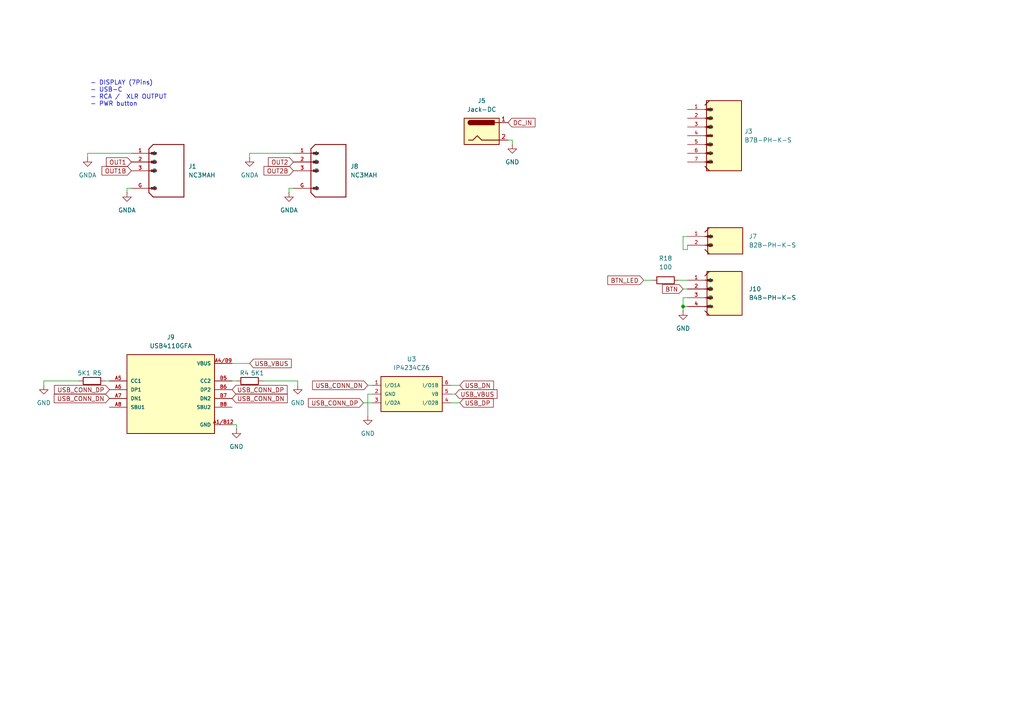
<source format=kicad_sch>
(kicad_sch (version 20250114) (generator "eeschema") (generator_version "9.0")
  (paper "A4")
  (lib_symbols
    (symbol "B2B-PH-K-S:B2B-PH-K-S" (pin_names (offset 1.016))
      (property "Reference" "J" (at -5.58 5.08 0))
      (property "Value" "B2B-PH-K-S" (at -5.08 -5.08 0))
      (symbol "B2B-PH-K-S_0_0"
        (polyline (pts (xy -5.08 3.81) (xy -3.81 5.08)) (stroke (width 0.254)))
        (polyline (pts (xy -5.08 2.54) (xy -3.175 2.54)) (stroke (width 0.254)))
        (polyline (pts (xy -5.08 0) (xy -3.175 0)) (stroke (width 0.254)))
        (polyline (pts (xy -5.08 -1.27) (xy -3.81 -2.54)) (stroke (width 0.254)))
        (rectangle (start -4.445 2.2225) (end -2.8575 2.8575) (stroke (width 0.1)) (fill (type outline)))
        (rectangle (start -4.445 -0.3175) (end -2.8575 0.3175) (stroke (width 0.1)) (fill (type outline)))
        (rectangle (start -4.2863 -2.54) (end 5.8738 5.08) (stroke (width 0.254)) (fill (type background)))
        (pin passive line (at -10.16 2.54 0) (length 5.08) (name "1") (number "1"))
        (pin passive line (at -10.16 0 0) (length 5.08) (name "2") (number "2"))
      )
    )
    (symbol "B4B-PH-K-S:B4B-PH-K-S" (pin_names (offset 1.016))
      (property "Reference" "J" (at -5.58 7.62 0))
      (property "Value" "B4B-PH-K-S" (at -5.08 -7.62 0))
      (symbol "B4B-PH-K-S_0_0"
        (polyline (pts (xy -5.08 6.35) (xy -3.81 7.62)) (stroke (width 0.254)))
        (polyline (pts (xy -5.08 5.08) (xy -3.175 5.08)) (stroke (width 0.254)))
        (polyline (pts (xy -5.08 2.54) (xy -3.175 2.54)) (stroke (width 0.254)))
        (polyline (pts (xy -5.08 0) (xy -3.175 0)) (stroke (width 0.254)))
        (polyline (pts (xy -5.08 -2.54) (xy -3.175 -2.54)) (stroke (width 0.254)))
        (polyline (pts (xy -5.08 -3.81) (xy -3.81 -5.08)) (stroke (width 0.254)))
        (rectangle (start -4.4847 -5.08) (end 5.6753 7.62) (stroke (width 0.254)) (fill (type background)))
        (rectangle (start -4.445 4.7625) (end -2.8575 5.3975) (stroke (width 0.1)) (fill (type outline)))
        (rectangle (start -4.445 2.2225) (end -2.8575 2.8575) (stroke (width 0.1)) (fill (type outline)))
        (rectangle (start -4.445 -0.3175) (end -2.8575 0.3175) (stroke (width 0.1)) (fill (type outline)))
        (rectangle (start -4.445 -2.8575) (end -2.8575 -2.2225) (stroke (width 0.1)) (fill (type outline)))
        (pin passive line (at -10.16 5.08 0) (length 5.08) (name "1") (number "1"))
        (pin passive line (at -10.16 2.54 0) (length 5.08) (name "2") (number "2"))
        (pin passive line (at -10.16 0 0) (length 5.08) (name "3") (number "3"))
        (pin passive line (at -10.16 -2.54 0) (length 5.08) (name "4") (number "4"))
      )
    )
    (symbol "B7B-PH-K-S:B7B-PH-K-S" (pin_names (offset 1.016))
      (property "Reference" "J" (at -5.58 10.16 0))
      (property "Value" "B7B-PH-K-S" (at -5.08 -12.7 0))
      (symbol "B7B-PH-K-S_0_0"
        (polyline (pts (xy -5.08 8.89) (xy -3.81 10.16)) (stroke (width 0.254)))
        (polyline (pts (xy -5.08 7.62) (xy -3.175 7.62)) (stroke (width 0.254)))
        (polyline (pts (xy -5.08 5.08) (xy -3.175 5.08)) (stroke (width 0.254)))
        (polyline (pts (xy -5.08 2.54) (xy -3.175 2.54)) (stroke (width 0.254)))
        (polyline (pts (xy -5.08 0) (xy -3.175 0)) (stroke (width 0.254)))
        (polyline (pts (xy -5.08 -2.54) (xy -3.175 -2.54)) (stroke (width 0.254)))
        (polyline (pts (xy -5.08 -5.08) (xy -3.175 -5.08)) (stroke (width 0.254)))
        (polyline (pts (xy -5.08 -7.62) (xy -3.175 -7.62)) (stroke (width 0.254)))
        (polyline (pts (xy -5.08 -8.89) (xy -3.81 -10.16)) (stroke (width 0.254)))
        (rectangle (start -4.647 -10.16) (end 5.513 10.16) (stroke (width 0.254)) (fill (type background)))
        (rectangle (start -4.445 7.3025) (end -2.8575 7.9375) (stroke (width 0.1)) (fill (type outline)))
        (rectangle (start -4.445 4.7625) (end -2.8575 5.3975) (stroke (width 0.1)) (fill (type outline)))
        (rectangle (start -4.445 2.2225) (end -2.8575 2.8575) (stroke (width 0.1)) (fill (type outline)))
        (rectangle (start -4.445 -0.3175) (end -2.8575 0.3175) (stroke (width 0.1)) (fill (type outline)))
        (rectangle (start -4.445 -2.8575) (end -2.8575 -2.2225) (stroke (width 0.1)) (fill (type outline)))
        (rectangle (start -4.445 -5.3975) (end -2.8575 -4.7625) (stroke (width 0.1)) (fill (type outline)))
        (rectangle (start -4.445 -7.9375) (end -2.8575 -7.3025) (stroke (width 0.1)) (fill (type outline)))
        (pin passive line (at -10.16 7.62 0) (length 5.08) (name "1") (number "1"))
        (pin passive line (at -10.16 5.08 0) (length 5.08) (name "2") (number "2"))
        (pin passive line (at -10.16 2.54 0) (length 5.08) (name "3") (number "3"))
        (pin passive line (at -10.16 0 0) (length 5.08) (name "4") (number "4"))
        (pin passive line (at -10.16 -2.54 0) (length 5.08) (name "5") (number "5"))
        (pin passive line (at -10.16 -5.08 0) (length 5.08) (name "6") (number "6"))
        (pin passive line (at -10.16 -7.62 0) (length 5.08) (name "7") (number "7"))
      )
    )
    (symbol "Connector:Jack-DC" (pin_names (offset 1.016))
      (property "Reference" "J" (at 0 5.334 0))
      (property "Value" "Jack-DC" (at 0 -5.08 0))
      (symbol "Jack-DC_0_1"
        (rectangle (start -5.08 3.81) (end 5.08 -3.81) (stroke (width 0.254)) (fill (type background)))
        (polyline (pts (xy -3.81 -2.54) (xy -2.54 -2.54) (xy -1.27 -1.27) (xy 0 -2.54) (xy 2.54 -2.54) (xy 5.08 -2.54)) (stroke (width 0.254)))
        (arc (start -3.302 1.905) (mid -3.9343 2.54) (end -3.302 3.175) (stroke (width 0.254)))
        (arc (start -3.302 1.905) (mid -3.9343 2.54) (end -3.302 3.175) (stroke (width 0.254)) (fill (type outline)))
        (rectangle (start 3.683 3.175) (end -3.302 1.905) (stroke (width 0.254)) (fill (type outline)))
        (polyline (pts (xy 5.08 2.54) (xy 3.81 2.54)) (stroke (width 0.254)))
      )
      (symbol "Jack-DC_1_1"
        (pin passive line (at 7.62 2.54 180) (length 2.54) (name "~") (number "1"))
        (pin passive line (at 7.62 -2.54 180) (length 2.54) (name "~") (number "2"))
      )
    )
    (symbol "Device:R" (pin_numbers (hide yes)) (pin_names (offset 0))
      (property "Reference" "R" (at 2.032 0 90))
      (property "Value" "R" (at 0 0 90))
      (symbol "R_0_1"
        (rectangle (start -1.016 -2.54) (end 1.016 2.54) (stroke (width 0.254)))
      )
      (symbol "R_1_1"
        (pin passive line (at 0 3.81 270) (length 1.27) (name "~") (number "1"))
        (pin passive line (at 0 -3.81 90) (length 1.27) (name "~") (number "2"))
      )
    )
    (symbol "IP4234CZ6:IP4234CZ6" (pin_names (offset 1.016))
      (property "Reference" "U" (at -7.6327 7.6327 0))
      (property "Value" "IP4234CZ6" (at -7.6211 -7.6211 0))
      (symbol "IP4234CZ6_0_0"
        (rectangle (start -7.62 -5.08) (end 10.16 5.08) (stroke (width 0.254)) (fill (type background)))
        (pin bidirectional line (at -10.16 2.54 0) (length 2.54) (name "I/O1A") (number "1"))
        (pin bidirectional line (at -10.16 0 0) (length 2.54) (name "GND") (number "2"))
        (pin bidirectional line (at -10.16 -2.54 0) (length 2.54) (name "I/O2A") (number "3"))
        (pin bidirectional line (at 12.7 2.54 180) (length 2.54) (name "I/O1B") (number "6"))
        (pin bidirectional line (at 12.7 0 180) (length 2.54) (name "VB") (number "5"))
        (pin bidirectional line (at 12.7 -2.54 180) (length 2.54) (name "I/O2B") (number "4"))
      )
    )
    (symbol "NC3MAH:NC3MAH" (pin_names (offset 1.016))
      (property "Reference" "J" (at 0 8.89 0))
      (property "Value" "NC3MAH" (at 0 -10.16 0))
      (symbol "NC3MAH_0_0"
        (polyline (pts (xy 0 6.35) (xy 0 5.08)) (stroke (width 0.254)))
        (polyline (pts (xy 0 6.35) (xy 1.27 7.62)) (stroke (width 0.254)))
        (polyline (pts (xy 0 5.08) (xy 0 -6.35)) (stroke (width 0.254)))
        (polyline (pts (xy 0 5.08) (xy 1.905 5.08)) (stroke (width 0.254)))
        (polyline (pts (xy 0 2.54) (xy 1.905 2.54)) (stroke (width 0.254)))
        (polyline (pts (xy 0 0) (xy 1.905 0)) (stroke (width 0.254)))
        (polyline (pts (xy 0 -5.08) (xy 1.905 -5.08)) (stroke (width 0.254)))
        (polyline (pts (xy 0 -6.35) (xy 1.27 -7.62)) (stroke (width 0.254)))
        (rectangle (start 0.635 4.7625) (end 2.2225 5.3975) (stroke (width 0.1)) (fill (type outline)))
        (rectangle (start 0.635 2.2225) (end 2.2225 2.8575) (stroke (width 0.1)) (fill (type outline)))
        (rectangle (start 0.635 -0.3175) (end 2.2225 0.3175) (stroke (width 0.1)) (fill (type outline)))
        (rectangle (start 0.635 -5.3975) (end 2.2225 -4.7625) (stroke (width 0.1)) (fill (type outline)))
        (polyline (pts (xy 1.27 -7.62) (xy 10.16 -7.62)) (stroke (width 0.254)))
        (polyline (pts (xy 10.16 7.62) (xy 1.27 7.62)) (stroke (width 0.254)))
        (polyline (pts (xy 10.16 -7.62) (xy 10.16 7.62)) (stroke (width 0.254)))
        (pin passive line (at -5.08 5.08 0) (length 5.08) (name "1") (number "1"))
        (pin passive line (at -5.08 2.54 0) (length 5.08) (name "2") (number "2"))
        (pin passive line (at -5.08 0 0) (length 5.08) (name "3") (number "3"))
        (pin power_in line (at -5.08 -5.08 0) (length 5.08) (name "G") (number "G"))
      )
    )
    (symbol "USB4110GFA:USB4110GFA" (pin_names (offset 1.016))
      (property "Reference" "J" (at -12.7 11.43 0))
      (property "Value" "USB4110GFA" (at -12.7 -15.24 0))
      (symbol "USB4110GFA_0_0"
        (rectangle (start -12.7 -12.7) (end 12.7 10.16) (stroke (width 0.254)) (fill (type background)))
        (pin bidirectional line (at -17.78 2.54 0) (length 5.08) (name "CC1") (number "A5"))
        (pin bidirectional line (at -17.78 0 0) (length 5.08) (name "DP1") (number "A6"))
        (pin bidirectional line (at -17.78 -2.54 0) (length 5.08) (name "DN1") (number "A7"))
        (pin bidirectional line (at -17.78 -5.08 0) (length 5.08) (name "SBU1") (number "A8"))
        (pin power_in line (at 17.78 7.62 180) (length 5.08) (name "VBUS") (number "A4/B9"))
        (pin power_in line (at 17.78 7.62 180) (length 5.08) (hide yes) (name "VBUS") (number "B4/A9"))
        (pin bidirectional line (at 17.78 2.54 180) (length 5.08) (name "CC2") (number "B5"))
        (pin bidirectional line (at 17.78 0 180) (length 5.08) (name "DP2") (number "B6"))
        (pin bidirectional line (at 17.78 -2.54 180) (length 5.08) (name "DN2") (number "B7"))
        (pin bidirectional line (at 17.78 -5.08 180) (length 5.08) (name "SBU2") (number "B8"))
        (pin power_in line (at 17.78 -10.16 180) (length 5.08) (name "GND") (number "A1/B12"))
        (pin power_in line (at 17.78 -10.16 180) (length 5.08) (hide yes) (name "GND") (number "B1/A12"))
        (pin power_in line (at 17.78 -10.16 180) (length 5.08) (hide yes) (name "GND") (number "S1"))
        (pin power_in line (at 17.78 -10.16 180) (length 5.08) (hide yes) (name "GND") (number "S2"))
        (pin power_in line (at 17.78 -10.16 180) (length 5.08) (hide yes) (name "GND") (number "S3"))
        (pin power_in line (at 17.78 -10.16 180) (length 5.08) (hide yes) (name "GND") (number "S4"))
      )
    )
    (symbol "power:GND" (power) (pin_numbers (hide yes)) (pin_names (offset 0) (hide yes))
      (property "Value" "GND" (at 0 -3.81 0))
      (symbol "GND_0_1"
        (polyline (pts (xy 0 0) (xy 0 -1.27) (xy 1.27 -1.27) (xy 0 -2.54) (xy -1.27 -1.27) (xy 0 -1.27)))
      )
      (symbol "GND_1_1"
        (pin power_in line (at 0 0 270) (length 0) (name "~") (number "1"))
      )
    )
    (symbol "power:GNDA" (power) (pin_numbers (hide yes)) (pin_names (offset 0) (hide yes))
      (property "Value" "GNDA" (at 0 -3.81 0))
      (symbol "GNDA_0_1"
        (polyline (pts (xy 0 0) (xy 0 -1.27) (xy 1.27 -1.27) (xy 0 -2.54) (xy -1.27 -1.27) (xy 0 -1.27)))
      )
      (symbol "GNDA_1_1"
        (pin power_in line (at 0 0 270) (length 0) (name "~") (number "1"))
      )
    )
  )
  (text "- DISPLAY (7Pins)\n- USB-C\n- RCA /  XLR OUTPUT\n- PWR button" (at 26.162 27.178 0) (effects (font (size 1.27 1.27)) (justify left)))
  (junction (at 198.12 88.9))
  (wire (pts (xy 130.81 116.84) (xy 133.35 116.84)))
  (wire (pts (xy 196.85 81.28) (xy 199.39 81.28)))
  (wire (pts (xy 31.75 110.49) (xy 30.48 110.49)))
  (wire (pts (xy 130.81 111.76) (xy 133.35 111.76)))
  (wire (pts (xy 198.12 88.9) (xy 199.39 88.9)))
  (wire (pts (xy 132.08 114.3) (xy 130.81 114.3)))
  (wire (pts (xy 198.12 72.39) (xy 199.39 72.39)))
  (wire (pts (xy 83.82 54.61) (xy 83.82 55.88)))
  (wire (pts (xy 106.68 111.76) (xy 107.95 111.76)))
  (wire (pts (xy 12.7 110.49) (xy 22.86 110.49)))
  (wire (pts (xy 186.69 81.28) (xy 189.23 81.28)))
  (wire (pts (xy 68.58 124.46) (xy 68.58 123.19)))
  (wire (pts (xy 198.12 68.58) (xy 198.12 72.39)))
  (wire (pts (xy 199.39 86.36) (xy 198.12 86.36)))
  (wire (pts (xy 72.39 44.45) (xy 85.09 44.45)))
  (wire (pts (xy 105.41 116.84) (xy 107.95 116.84)))
  (wire (pts (xy 67.31 105.41) (xy 72.39 105.41)))
  (wire (pts (xy 76.2 110.49) (xy 86.36 110.49)))
  (wire (pts (xy 199.39 72.39) (xy 199.39 71.12)))
  (wire (pts (xy 106.68 114.3) (xy 107.95 114.3)))
  (wire (pts (xy 25.4 44.45) (xy 38.1 44.45)))
  (wire (pts (xy 36.83 54.61) (xy 36.83 55.88)))
  (wire (pts (xy 148.59 40.64) (xy 148.59 41.91)))
  (wire (pts (xy 86.36 111.76) (xy 86.36 110.49)))
  (wire (pts (xy 85.09 54.61) (xy 83.82 54.61)))
  (wire (pts (xy 198.12 86.36) (xy 198.12 88.9)))
  (wire (pts (xy 68.58 123.19) (xy 67.31 123.19)))
  (wire (pts (xy 147.32 40.64) (xy 148.59 40.64)))
  (wire (pts (xy 106.68 114.3) (xy 106.68 120.65)))
  (wire (pts (xy 198.12 88.9) (xy 198.12 90.17)))
  (wire (pts (xy 199.39 68.58) (xy 198.12 68.58)))
  (wire (pts (xy 25.4 44.45) (xy 25.4 45.72)))
  (wire (pts (xy 72.39 44.45) (xy 72.39 45.72)))
  (wire (pts (xy 38.1 54.61) (xy 36.83 54.61)))
  (wire (pts (xy 198.12 83.82) (xy 199.39 83.82)))
  (wire (pts (xy 12.7 111.76) (xy 12.7 110.49)))
  (wire (pts (xy 67.31 110.49) (xy 68.58 110.49)))
  (global_label "BTN" (shape input) (at 198.12 83.82 180) (property "Intersheetrefs" "${INTERSHEET_REFS}" (effects (hide yes))))
  (global_label "USB_VBUS" (shape input) (at 132.08 114.3 0) (property "Intersheetrefs" "${INTERSHEET_REFS}" (effects (hide yes))))
  (global_label "USB_DP" (shape input) (at 133.35 116.84 0) (property "Intersheetrefs" "${INTERSHEET_REFS}" (effects (hide yes))))
  (global_label "USB_CONN_DN" (shape input) (at 67.31 115.57 0) (property "Intersheetrefs" "${INTERSHEET_REFS}" (effects (hide yes))))
  (global_label "USB_CONN_DP" (shape input) (at 67.31 113.03 0) (property "Intersheetrefs" "${INTERSHEET_REFS}" (effects (hide yes))))
  (global_label "USB_CONN_DP" (shape input) (at 31.75 113.03 180) (property "Intersheetrefs" "${INTERSHEET_REFS}" (effects (hide yes))))
  (global_label "USB_CONN_DN" (shape input) (at 106.68 111.76 180) (property "Intersheetrefs" "${INTERSHEET_REFS}" (effects (hide yes))))
  (global_label "USB_CONN_DN" (shape input) (at 31.75 115.57 180) (property "Intersheetrefs" "${INTERSHEET_REFS}" (effects (hide yes))))
  (global_label "USB_CONN_DP" (shape input) (at 105.41 116.84 180) (property "Intersheetrefs" "${INTERSHEET_REFS}" (effects (hide yes))))
  (global_label "OUT2B" (shape input) (at 85.09 49.53 180) (property "Intersheetrefs" "${INTERSHEET_REFS}" (effects (hide yes))))
  (global_label "OUT1B" (shape input) (at 38.1 49.53 180) (property "Intersheetrefs" "${INTERSHEET_REFS}" (effects (hide yes))))
  (global_label "USB_DN" (shape input) (at 133.35 111.76 0) (property "Intersheetrefs" "${INTERSHEET_REFS}" (effects (hide yes))))
  (global_label "OUT1" (shape input) (at 38.1 46.99 180) (property "Intersheetrefs" "${INTERSHEET_REFS}" (effects (hide yes))))
  (global_label "OUT2" (shape input) (at 85.09 46.99 180) (property "Intersheetrefs" "${INTERSHEET_REFS}" (effects (hide yes))))
  (global_label "USB_VBUS" (shape input) (at 72.39 105.41 0) (property "Intersheetrefs" "${INTERSHEET_REFS}" (effects (hide yes))))
  (global_label "BTN_LED" (shape input) (at 186.69 81.28 180) (property "Intersheetrefs" "${INTERSHEET_REFS}" (effects (hide yes))))
  (global_label "DC_IN" (shape input) (at 147.32 35.56 0) (property "Intersheetrefs" "${INTERSHEET_REFS}" (effects (hide yes))))
  (symbol (lib_id "B2B-PH-K-S:B2B-PH-K-S") (at 209.55 71.12 0) (unit 1)
    (property "Reference" "J7" (at 217.17 68.5799 0) (effects (justify left)))
    (property "Value" "B2B-PH-K-S" (at 217.17 71.1199 0) (effects (justify left)))
    (property "Footprint" "B2B-PH-K-S:JST_B2B-PH-K-S" (effects (hide yes)))
    (property "MF" "JST Sales" (effects (hide yes)))
    (property "Description_1" "Connector Header Through Hole 2 position 0.079 (2.00mm)" (effects (hide yes)))
    (property "Package" "None" (effects (hide yes)))
    (property "Price" "None" (effects (hide yes)))
    (property "Check_prices" "https://www.snapeda.com/parts/B2B-PH-K-S/JST/view-part/?ref=eda" (effects (hide yes)))
    (property "SnapEDA_Link" "https://www.snapeda.com/parts/B2B-PH-K-S/JST/view-part/?ref=snap" (effects (hide yes)))
    (property "MP" "B2B-PH-K-S" (effects (hide yes)))
    (property "Purchase-URL" "https://www.snapeda.com/api/url_track_click_mouser/?unipart_id=473612&manufacturer=JST Sales&part_name=B2B-PH-K-S&search_term=b2b-ph-k" (effects (hide yes)))
    (property "Availability" "In Stock" (effects (hide yes)))
    (property "MANUFACTURER" "JST" (effects (hide yes)))
  )
  (symbol (lib_id "Connector:Jack-DC") (at 139.7 38.1 0) (unit 1)
    (property "Reference" "J5" (at 139.7 29.21 0))
    (property "Value" "Jack-DC" (at 139.7 31.75 0))
    (property "Footprint" "Connector_BarrelJack:BarrelJack_Horizontal" (effects (hide yes)))
    (property "Description" "DC Barrel Jack" (effects (hide yes)))
  )
  (symbol (lib_id "B4B-PH-K-S:B4B-PH-K-S") (at 209.55 86.36 0) (unit 1)
    (property "Reference" "J10" (at 217.17 83.8199 0) (effects (justify left)))
    (property "Value" "B4B-PH-K-S" (at 217.17 86.3599 0) (effects (justify left)))
    (property "Footprint" "B4B-PH-K-S:JST_B4B-PH-K-S" (effects (hide yes)))
    (property "MF" "JST Sales" (effects (hide yes)))
    (property "Description_1" "Connector Header Through Hole 4 position 0.079 (2.00mm)" (effects (hide yes)))
    (property "Package" "None" (effects (hide yes)))
    (property "Price" "None" (effects (hide yes)))
    (property "Check_prices" "https://www.snapeda.com/parts/B4B-PH-K-S/JST/view-part/?ref=eda" (effects (hide yes)))
    (property "SnapEDA_Link" "https://www.snapeda.com/parts/B4B-PH-K-S/JST/view-part/?ref=snap" (effects (hide yes)))
    (property "MP" "B4B-PH-K-S" (effects (hide yes)))
    (property "Purchase-URL" "https://www.snapeda.com/api/url_track_click_mouser/?unipart_id=515305&manufacturer=JST Sales&part_name=B4B-PH-K-S&search_term=b4b-ph-k-s" (effects (hide yes)))
    (property "Availability" "In Stock" (effects (hide yes)))
    (property "MANUFACTURER" "JST" (effects (hide yes)))
  )
  (symbol (lib_id "Device:R") (at 193.04 81.28 90) (unit 1)
    (property "Reference" "R18" (at 193.04 74.93 90))
    (property "Value" "100" (at 193.04 77.47 90))
    (property "Footprint" "Resistor_SMD:R_0603_1608Metric" (effects (hide yes)))
    (property "Description" "Resistor" (effects (hide yes)))
  )
  (symbol (lib_id "power:GND") (at 12.7 111.76 0) (unit 1)
    (property "Reference" "#PWR09" (effects (hide yes)))
    (property "Value" "GND" (at 12.7 116.84 0))
    (property "Description" "Power symbol creates a global label with name \"GND\" , ground" (effects (hide yes)))
  )
  (symbol (lib_id "power:GND") (at 106.68 120.65 0) (unit 1)
    (property "Reference" "#PWR065" (effects (hide yes)))
    (property "Value" "GND" (at 106.68 125.73 0))
    (property "Description" "Power symbol creates a global label with name \"GND\" , ground" (effects (hide yes)))
  )
  (symbol (lib_id "IP4234CZ6:IP4234CZ6") (at 118.11 114.3 0) (unit 1)
    (property "Reference" "U3" (at 119.38 104.14 0))
    (property "Value" "IP4234CZ6" (at 119.38 106.68 0))
    (property "Footprint" "IP4234CZ6:SOT-457" (effects (hide yes)))
    (property "MF" "NXP Semiconductors" (effects (hide yes)))
    (property "Description_1" "ESD Suppressors / TVS Diodes Single USB 2.0 ESD Protection 6-Pin" (effects (hide yes)))
    (property "Package" "SOT-457 Nexperia USA" (effects (hide yes)))
    (property "Price" "None" (effects (hide yes)))
    (property "SnapEDA_Link" "https://www.snapeda.com/parts/IP4234CZ6/NXP+Semiconductors/view-part/?ref=snap" (effects (hide yes)))
    (property "MP" "IP4234CZ6" (effects (hide yes)))
    (property "Availability" "In Stock" (effects (hide yes)))
    (property "Check_prices" "https://www.snapeda.com/parts/IP4234CZ6/NXP+Semiconductors/view-part/?ref=eda" (effects (hide yes)))
  )
  (symbol (lib_id "Device:R") (at 26.67 110.49 270) (unit 1)
    (property "Reference" "R5" (at 28.194 108.204 90))
    (property "Value" "5K1" (at 24.384 108.204 90))
    (property "Footprint" "Resistor_SMD:R_0603_1608Metric" (effects (hide yes)))
    (property "Description" "Resistor" (effects (hide yes)))
  )
  (symbol (lib_id "power:GNDA") (at 25.4 45.72 0) (unit 1)
    (property "Reference" "#PWR060" (effects (hide yes)))
    (property "Value" "GNDA" (at 25.4 50.8 0))
    (property "Description" "Power symbol creates a global label with name \"GNDA\" , analog ground" (effects (hide yes)))
  )
  (symbol (lib_id "NC3MAH:NC3MAH") (at 43.18 49.53 0) (unit 1)
    (property "Reference" "J1" (at 54.61 48.2599 0) (effects (justify left)))
    (property "Value" "NC3MAH" (at 54.61 50.7999 0) (effects (justify left)))
    (property "Footprint" "NC3MAH:NEUTRIK_NC3MAH" (effects (hide yes)))
    (property "MF" "Neutrik" (effects (hide yes)))
    (property "MAXIMUM_PACKAGE_HEIGHT" "25.3mm" (effects (hide yes)))
    (property "Package" "None" (effects (hide yes)))
    (property "Price" "None" (effects (hide yes)))
    (property "Check_prices" "https://www.snapeda.com/parts/NC3MAH/Neutrik/view-part/?ref=eda" (effects (hide yes)))
    (property "STANDARD" "Manufacturer Recommendations" (effects (hide yes)))
    (property "PARTREV" "30.03.09" (effects (hide yes)))
    (property "SnapEDA_Link" "https://www.snapeda.com/parts/NC3MAH/Neutrik/view-part/?ref=snap" (effects (hide yes)))
    (property "MP" "NC3MAH" (effects (hide yes)))
    (property "Purchase-URL" "https://www.snapeda.com/api/url_track_click_mouser/?unipart_id=268793&manufacturer=Neutrik&part_name=NC3MAH&search_term=nc3mah" (effects (hide yes)))
    (property "Description_1" "3 pole male XLR receptacle, grounding: separate ground contact to mating connector shell and front panel, horizontal PCB mount" (effects (hide yes)))
    (property "MANUFACTURER" "NEUTRIK" (effects (hide yes)))
    (property "Availability" "In Stock" (effects (hide yes)))
    (property "SNAPEDA_PN" "NC3MAH" (effects (hide yes)))
  )
  (symbol (lib_id "Device:R") (at 72.39 110.49 90) (unit 1)
    (property "Reference" "R4" (at 70.866 108.204 90))
    (property "Value" "5K1" (at 74.676 108.204 90))
    (property "Footprint" "Resistor_SMD:R_0603_1608Metric" (effects (hide yes)))
    (property "Description" "Resistor" (effects (hide yes)))
  )
  (symbol (lib_id "B7B-PH-K-S:B7B-PH-K-S") (at 209.55 39.37 0) (unit 1)
    (property "Reference" "J3" (at 215.9 38.0999 0) (effects (justify left)))
    (property "Value" "B7B-PH-K-S" (at 215.9 40.6399 0) (effects (justify left)))
    (property "Footprint" "Connector_JST:JST_PH_B7B-PH-K_1x07_P2.00mm_Vertical" (effects (hide yes)))
    (property "MF" "JST Sales" (effects (hide yes)))
    (property "Description_1" "Connector Header Through Hole 7 position 0.079 (2.00mm)" (effects (hide yes)))
    (property "Package" "None" (effects (hide yes)))
    (property "Price" "None" (effects (hide yes)))
    (property "Check_prices" "https://www.snapeda.com/parts/B7B-PH-K-S/JST/view-part/?ref=eda" (effects (hide yes)))
    (property "SnapEDA_Link" "https://www.snapeda.com/parts/B7B-PH-K-S/JST/view-part/?ref=snap" (effects (hide yes)))
    (property "MP" "B7B-PH-K-S" (effects (hide yes)))
    (property "Purchase-URL" "https://www.snapeda.com/api/url_track_click_mouser/?unipart_id=3223061&manufacturer=JST Sales&part_name=B7B-PH-K-S&search_term=b7b -ph-k -s" (effects (hide yes)))
    (property "Availability" "In Stock" (effects (hide yes)))
    (property "MANUFACTURER" "JST" (effects (hide yes)))
  )
  (symbol (lib_id "power:GNDA") (at 72.39 45.72 0) (unit 1)
    (property "Reference" "#PWR043" (effects (hide yes)))
    (property "Value" "GNDA" (at 72.39 50.8 0))
    (property "Description" "Power symbol creates a global label with name \"GNDA\" , analog ground" (effects (hide yes)))
  )
  (symbol (lib_id "power:GNDA") (at 36.83 55.88 0) (unit 1)
    (property "Reference" "#PWR061" (effects (hide yes)))
    (property "Value" "GNDA" (at 36.83 60.96 0))
    (property "Description" "Power symbol creates a global label with name \"GNDA\" , analog ground" (effects (hide yes)))
  )
  (symbol (lib_id "NC3MAH:NC3MAH") (at 90.17 49.53 0) (unit 1)
    (property "Reference" "J8" (at 101.6 48.2599 0) (effects (justify left)))
    (property "Value" "NC3MAH" (at 101.6 50.7999 0) (effects (justify left)))
    (property "Footprint" "NC3MAH:NEUTRIK_NC3MAH" (effects (hide yes)))
    (property "MF" "Neutrik" (effects (hide yes)))
    (property "MAXIMUM_PACKAGE_HEIGHT" "25.3mm" (effects (hide yes)))
    (property "Package" "None" (effects (hide yes)))
    (property "Price" "None" (effects (hide yes)))
    (property "Check_prices" "https://www.snapeda.com/parts/NC3MAH/Neutrik/view-part/?ref=eda" (effects (hide yes)))
    (property "STANDARD" "Manufacturer Recommendations" (effects (hide yes)))
    (property "PARTREV" "30.03.09" (effects (hide yes)))
    (property "SnapEDA_Link" "https://www.snapeda.com/parts/NC3MAH/Neutrik/view-part/?ref=snap" (effects (hide yes)))
    (property "MP" "NC3MAH" (effects (hide yes)))
    (property "Purchase-URL" "https://www.snapeda.com/api/url_track_click_mouser/?unipart_id=268793&manufacturer=Neutrik&part_name=NC3MAH&search_term=nc3mah" (effects (hide yes)))
    (property "Description_1" "3 pole male XLR receptacle, grounding: separate ground contact to mating connector shell and front panel, horizontal PCB mount" (effects (hide yes)))
    (property "MANUFACTURER" "NEUTRIK" (effects (hide yes)))
    (property "Availability" "In Stock" (effects (hide yes)))
    (property "SNAPEDA_PN" "NC3MAH" (effects (hide yes)))
  )
  (symbol (lib_id "power:GNDA") (at 83.82 55.88 0) (unit 1)
    (property "Reference" "#PWR062" (effects (hide yes)))
    (property "Value" "GNDA" (at 83.82 60.96 0))
    (property "Description" "Power symbol creates a global label with name \"GNDA\" , analog ground" (effects (hide yes)))
  )
  (symbol (lib_id "USB4110GFA:USB4110GFA") (at 49.53 113.03 0) (unit 1)
    (property "Reference" "J9" (at 49.53 97.79 0))
    (property "Value" "USB4110GFA" (at 49.53 100.33 0))
    (property "Footprint" "USB4110GFA:GCT_USB4110GFA" (effects (hide yes)))
    (property "MF" "Global Connector Technology" (effects (hide yes)))
    (property "Description_1" "USB-C (USB TYPE-C) USB 2.0 Receptacle Connector 24 (16+8 Dummy) Position Surface Mount, Right Angle" (effects (hide yes)))
    (property "Package" "None" (effects (hide yes)))
    (property "Price" "None" (effects (hide yes)))
    (property "SnapEDA_Link" "https://www.snapeda.com/parts/USB4110GFA/Global+Connector+Technology/view-part/?ref=snap" (effects (hide yes)))
    (property "MP" "USB4110GFA" (effects (hide yes)))
    (property "Purchase-URL" "https://www.snapeda.com/api/url_track_click_mouser/?unipart_id=7348857&manufacturer=Global Connector Technology&part_name=USB4110GFA&search_term=usb c connector" (effects (hide yes)))
    (property "Availability" "In Stock" (effects (hide yes)))
    (property "Check_prices" "https://www.snapeda.com/parts/USB4110GFA/Global+Connector+Technology/view-part/?ref=eda" (effects (hide yes)))
  )
  (symbol (lib_id "power:GND") (at 198.12 90.17 0) (unit 1)
    (property "Reference" "#PWR059" (effects (hide yes)))
    (property "Value" "GND" (at 198.12 95.25 0))
    (property "Description" "Power symbol creates a global label with name \"GND\" , ground" (effects (hide yes)))
  )
  (symbol (lib_id "power:GND") (at 148.59 41.91 0) (unit 1)
    (property "Reference" "#PWR029" (effects (hide yes)))
    (property "Value" "GND" (at 148.59 46.99 0))
    (property "Description" "Power symbol creates a global label with name \"GND\" , ground" (effects (hide yes)))
  )
  (symbol (lib_id "power:GND") (at 68.58 124.46 0) (unit 1)
    (property "Reference" "#PWR011" (effects (hide yes)))
    (property "Value" "GND" (at 68.58 129.54 0))
    (property "Description" "Power symbol creates a global label with name \"GND\" , ground" (effects (hide yes)))
  )
  (symbol (lib_id "power:GND") (at 86.36 111.76 0) (unit 1)
    (property "Reference" "#PWR010" (effects (hide yes)))
    (property "Value" "GND" (at 86.36 116.84 0))
    (property "Description" "Power symbol creates a global label with name \"GND\" , ground" (effects (hide yes)))
  )
)
</source>
